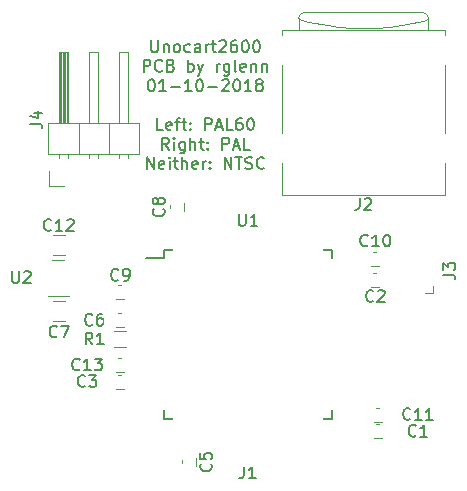
<source format=gto>
G04 #@! TF.FileFunction,Legend,Top*
%FSLAX46Y46*%
G04 Gerber Fmt 4.6, Leading zero omitted, Abs format (unit mm)*
G04 Created by KiCad (PCBNEW 4.0.7) date 10/01/18 20:06:01*
%MOMM*%
%LPD*%
G01*
G04 APERTURE LIST*
%ADD10C,0.100000*%
%ADD11C,0.150000*%
%ADD12C,0.120000*%
%ADD13R,1.900000X0.680000*%
%ADD14R,0.680000X1.900000*%
%ADD15R,1.200000X1.150000*%
%ADD16R,1.150000X1.200000*%
%ADD17R,1.400000X1.650000*%
%ADD18R,1.924000X6.877000*%
%ADD19R,1.850000X2.400000*%
%ADD20R,1.200000X1.900000*%
%ADD21C,1.390600*%
%ADD22C,1.187400*%
%ADD23R,0.900000X1.300000*%
%ADD24R,1.620000X1.050000*%
%ADD25R,2.100000X2.100000*%
%ADD26O,2.100000X2.100000*%
G04 APERTURE END LIST*
D10*
D11*
X91828571Y-55102381D02*
X91828571Y-55911905D01*
X91876190Y-56007143D01*
X91923809Y-56054762D01*
X92019047Y-56102381D01*
X92209524Y-56102381D01*
X92304762Y-56054762D01*
X92352381Y-56007143D01*
X92400000Y-55911905D01*
X92400000Y-55102381D01*
X92876190Y-55435714D02*
X92876190Y-56102381D01*
X92876190Y-55530952D02*
X92923809Y-55483333D01*
X93019047Y-55435714D01*
X93161905Y-55435714D01*
X93257143Y-55483333D01*
X93304762Y-55578571D01*
X93304762Y-56102381D01*
X93923809Y-56102381D02*
X93828571Y-56054762D01*
X93780952Y-56007143D01*
X93733333Y-55911905D01*
X93733333Y-55626190D01*
X93780952Y-55530952D01*
X93828571Y-55483333D01*
X93923809Y-55435714D01*
X94066667Y-55435714D01*
X94161905Y-55483333D01*
X94209524Y-55530952D01*
X94257143Y-55626190D01*
X94257143Y-55911905D01*
X94209524Y-56007143D01*
X94161905Y-56054762D01*
X94066667Y-56102381D01*
X93923809Y-56102381D01*
X95114286Y-56054762D02*
X95019048Y-56102381D01*
X94828571Y-56102381D01*
X94733333Y-56054762D01*
X94685714Y-56007143D01*
X94638095Y-55911905D01*
X94638095Y-55626190D01*
X94685714Y-55530952D01*
X94733333Y-55483333D01*
X94828571Y-55435714D01*
X95019048Y-55435714D01*
X95114286Y-55483333D01*
X95971429Y-56102381D02*
X95971429Y-55578571D01*
X95923810Y-55483333D01*
X95828572Y-55435714D01*
X95638095Y-55435714D01*
X95542857Y-55483333D01*
X95971429Y-56054762D02*
X95876191Y-56102381D01*
X95638095Y-56102381D01*
X95542857Y-56054762D01*
X95495238Y-55959524D01*
X95495238Y-55864286D01*
X95542857Y-55769048D01*
X95638095Y-55721429D01*
X95876191Y-55721429D01*
X95971429Y-55673810D01*
X96447619Y-56102381D02*
X96447619Y-55435714D01*
X96447619Y-55626190D02*
X96495238Y-55530952D01*
X96542857Y-55483333D01*
X96638095Y-55435714D01*
X96733334Y-55435714D01*
X96923810Y-55435714D02*
X97304762Y-55435714D01*
X97066667Y-55102381D02*
X97066667Y-55959524D01*
X97114286Y-56054762D01*
X97209524Y-56102381D01*
X97304762Y-56102381D01*
X97590477Y-55197619D02*
X97638096Y-55150000D01*
X97733334Y-55102381D01*
X97971430Y-55102381D01*
X98066668Y-55150000D01*
X98114287Y-55197619D01*
X98161906Y-55292857D01*
X98161906Y-55388095D01*
X98114287Y-55530952D01*
X97542858Y-56102381D01*
X98161906Y-56102381D01*
X99019049Y-55102381D02*
X98828572Y-55102381D01*
X98733334Y-55150000D01*
X98685715Y-55197619D01*
X98590477Y-55340476D01*
X98542858Y-55530952D01*
X98542858Y-55911905D01*
X98590477Y-56007143D01*
X98638096Y-56054762D01*
X98733334Y-56102381D01*
X98923811Y-56102381D01*
X99019049Y-56054762D01*
X99066668Y-56007143D01*
X99114287Y-55911905D01*
X99114287Y-55673810D01*
X99066668Y-55578571D01*
X99019049Y-55530952D01*
X98923811Y-55483333D01*
X98733334Y-55483333D01*
X98638096Y-55530952D01*
X98590477Y-55578571D01*
X98542858Y-55673810D01*
X99733334Y-55102381D02*
X99828573Y-55102381D01*
X99923811Y-55150000D01*
X99971430Y-55197619D01*
X100019049Y-55292857D01*
X100066668Y-55483333D01*
X100066668Y-55721429D01*
X100019049Y-55911905D01*
X99971430Y-56007143D01*
X99923811Y-56054762D01*
X99828573Y-56102381D01*
X99733334Y-56102381D01*
X99638096Y-56054762D01*
X99590477Y-56007143D01*
X99542858Y-55911905D01*
X99495239Y-55721429D01*
X99495239Y-55483333D01*
X99542858Y-55292857D01*
X99590477Y-55197619D01*
X99638096Y-55150000D01*
X99733334Y-55102381D01*
X100685715Y-55102381D02*
X100780954Y-55102381D01*
X100876192Y-55150000D01*
X100923811Y-55197619D01*
X100971430Y-55292857D01*
X101019049Y-55483333D01*
X101019049Y-55721429D01*
X100971430Y-55911905D01*
X100923811Y-56007143D01*
X100876192Y-56054762D01*
X100780954Y-56102381D01*
X100685715Y-56102381D01*
X100590477Y-56054762D01*
X100542858Y-56007143D01*
X100495239Y-55911905D01*
X100447620Y-55721429D01*
X100447620Y-55483333D01*
X100495239Y-55292857D01*
X100542858Y-55197619D01*
X100590477Y-55150000D01*
X100685715Y-55102381D01*
X91185713Y-57752381D02*
X91185713Y-56752381D01*
X91566666Y-56752381D01*
X91661904Y-56800000D01*
X91709523Y-56847619D01*
X91757142Y-56942857D01*
X91757142Y-57085714D01*
X91709523Y-57180952D01*
X91661904Y-57228571D01*
X91566666Y-57276190D01*
X91185713Y-57276190D01*
X92757142Y-57657143D02*
X92709523Y-57704762D01*
X92566666Y-57752381D01*
X92471428Y-57752381D01*
X92328570Y-57704762D01*
X92233332Y-57609524D01*
X92185713Y-57514286D01*
X92138094Y-57323810D01*
X92138094Y-57180952D01*
X92185713Y-56990476D01*
X92233332Y-56895238D01*
X92328570Y-56800000D01*
X92471428Y-56752381D01*
X92566666Y-56752381D01*
X92709523Y-56800000D01*
X92757142Y-56847619D01*
X93519047Y-57228571D02*
X93661904Y-57276190D01*
X93709523Y-57323810D01*
X93757142Y-57419048D01*
X93757142Y-57561905D01*
X93709523Y-57657143D01*
X93661904Y-57704762D01*
X93566666Y-57752381D01*
X93185713Y-57752381D01*
X93185713Y-56752381D01*
X93519047Y-56752381D01*
X93614285Y-56800000D01*
X93661904Y-56847619D01*
X93709523Y-56942857D01*
X93709523Y-57038095D01*
X93661904Y-57133333D01*
X93614285Y-57180952D01*
X93519047Y-57228571D01*
X93185713Y-57228571D01*
X94947618Y-57752381D02*
X94947618Y-56752381D01*
X94947618Y-57133333D02*
X95042856Y-57085714D01*
X95233333Y-57085714D01*
X95328571Y-57133333D01*
X95376190Y-57180952D01*
X95423809Y-57276190D01*
X95423809Y-57561905D01*
X95376190Y-57657143D01*
X95328571Y-57704762D01*
X95233333Y-57752381D01*
X95042856Y-57752381D01*
X94947618Y-57704762D01*
X95757142Y-57085714D02*
X95995237Y-57752381D01*
X96233333Y-57085714D02*
X95995237Y-57752381D01*
X95899999Y-57990476D01*
X95852380Y-58038095D01*
X95757142Y-58085714D01*
X97376190Y-57752381D02*
X97376190Y-57085714D01*
X97376190Y-57276190D02*
X97423809Y-57180952D01*
X97471428Y-57133333D01*
X97566666Y-57085714D01*
X97661905Y-57085714D01*
X98423810Y-57085714D02*
X98423810Y-57895238D01*
X98376191Y-57990476D01*
X98328572Y-58038095D01*
X98233333Y-58085714D01*
X98090476Y-58085714D01*
X97995238Y-58038095D01*
X98423810Y-57704762D02*
X98328572Y-57752381D01*
X98138095Y-57752381D01*
X98042857Y-57704762D01*
X97995238Y-57657143D01*
X97947619Y-57561905D01*
X97947619Y-57276190D01*
X97995238Y-57180952D01*
X98042857Y-57133333D01*
X98138095Y-57085714D01*
X98328572Y-57085714D01*
X98423810Y-57133333D01*
X99042857Y-57752381D02*
X98947619Y-57704762D01*
X98900000Y-57609524D01*
X98900000Y-56752381D01*
X99804763Y-57704762D02*
X99709525Y-57752381D01*
X99519048Y-57752381D01*
X99423810Y-57704762D01*
X99376191Y-57609524D01*
X99376191Y-57228571D01*
X99423810Y-57133333D01*
X99519048Y-57085714D01*
X99709525Y-57085714D01*
X99804763Y-57133333D01*
X99852382Y-57228571D01*
X99852382Y-57323810D01*
X99376191Y-57419048D01*
X100280953Y-57085714D02*
X100280953Y-57752381D01*
X100280953Y-57180952D02*
X100328572Y-57133333D01*
X100423810Y-57085714D01*
X100566668Y-57085714D01*
X100661906Y-57133333D01*
X100709525Y-57228571D01*
X100709525Y-57752381D01*
X101185715Y-57085714D02*
X101185715Y-57752381D01*
X101185715Y-57180952D02*
X101233334Y-57133333D01*
X101328572Y-57085714D01*
X101471430Y-57085714D01*
X101566668Y-57133333D01*
X101614287Y-57228571D01*
X101614287Y-57752381D01*
X91780952Y-58402381D02*
X91876191Y-58402381D01*
X91971429Y-58450000D01*
X92019048Y-58497619D01*
X92066667Y-58592857D01*
X92114286Y-58783333D01*
X92114286Y-59021429D01*
X92066667Y-59211905D01*
X92019048Y-59307143D01*
X91971429Y-59354762D01*
X91876191Y-59402381D01*
X91780952Y-59402381D01*
X91685714Y-59354762D01*
X91638095Y-59307143D01*
X91590476Y-59211905D01*
X91542857Y-59021429D01*
X91542857Y-58783333D01*
X91590476Y-58592857D01*
X91638095Y-58497619D01*
X91685714Y-58450000D01*
X91780952Y-58402381D01*
X93066667Y-59402381D02*
X92495238Y-59402381D01*
X92780952Y-59402381D02*
X92780952Y-58402381D01*
X92685714Y-58545238D01*
X92590476Y-58640476D01*
X92495238Y-58688095D01*
X93495238Y-59021429D02*
X94257143Y-59021429D01*
X95257143Y-59402381D02*
X94685714Y-59402381D01*
X94971428Y-59402381D02*
X94971428Y-58402381D01*
X94876190Y-58545238D01*
X94780952Y-58640476D01*
X94685714Y-58688095D01*
X95876190Y-58402381D02*
X95971429Y-58402381D01*
X96066667Y-58450000D01*
X96114286Y-58497619D01*
X96161905Y-58592857D01*
X96209524Y-58783333D01*
X96209524Y-59021429D01*
X96161905Y-59211905D01*
X96114286Y-59307143D01*
X96066667Y-59354762D01*
X95971429Y-59402381D01*
X95876190Y-59402381D01*
X95780952Y-59354762D01*
X95733333Y-59307143D01*
X95685714Y-59211905D01*
X95638095Y-59021429D01*
X95638095Y-58783333D01*
X95685714Y-58592857D01*
X95733333Y-58497619D01*
X95780952Y-58450000D01*
X95876190Y-58402381D01*
X96638095Y-59021429D02*
X97400000Y-59021429D01*
X97828571Y-58497619D02*
X97876190Y-58450000D01*
X97971428Y-58402381D01*
X98209524Y-58402381D01*
X98304762Y-58450000D01*
X98352381Y-58497619D01*
X98400000Y-58592857D01*
X98400000Y-58688095D01*
X98352381Y-58830952D01*
X97780952Y-59402381D01*
X98400000Y-59402381D01*
X99019047Y-58402381D02*
X99114286Y-58402381D01*
X99209524Y-58450000D01*
X99257143Y-58497619D01*
X99304762Y-58592857D01*
X99352381Y-58783333D01*
X99352381Y-59021429D01*
X99304762Y-59211905D01*
X99257143Y-59307143D01*
X99209524Y-59354762D01*
X99114286Y-59402381D01*
X99019047Y-59402381D01*
X98923809Y-59354762D01*
X98876190Y-59307143D01*
X98828571Y-59211905D01*
X98780952Y-59021429D01*
X98780952Y-58783333D01*
X98828571Y-58592857D01*
X98876190Y-58497619D01*
X98923809Y-58450000D01*
X99019047Y-58402381D01*
X100304762Y-59402381D02*
X99733333Y-59402381D01*
X100019047Y-59402381D02*
X100019047Y-58402381D01*
X99923809Y-58545238D01*
X99828571Y-58640476D01*
X99733333Y-58688095D01*
X100876190Y-58830952D02*
X100780952Y-58783333D01*
X100733333Y-58735714D01*
X100685714Y-58640476D01*
X100685714Y-58592857D01*
X100733333Y-58497619D01*
X100780952Y-58450000D01*
X100876190Y-58402381D01*
X101066667Y-58402381D01*
X101161905Y-58450000D01*
X101209524Y-58497619D01*
X101257143Y-58592857D01*
X101257143Y-58640476D01*
X101209524Y-58735714D01*
X101161905Y-58783333D01*
X101066667Y-58830952D01*
X100876190Y-58830952D01*
X100780952Y-58878571D01*
X100733333Y-58926190D01*
X100685714Y-59021429D01*
X100685714Y-59211905D01*
X100733333Y-59307143D01*
X100780952Y-59354762D01*
X100876190Y-59402381D01*
X101066667Y-59402381D01*
X101161905Y-59354762D01*
X101209524Y-59307143D01*
X101257143Y-59211905D01*
X101257143Y-59021429D01*
X101209524Y-58926190D01*
X101161905Y-58878571D01*
X101066667Y-58830952D01*
X92804762Y-62702381D02*
X92328571Y-62702381D01*
X92328571Y-61702381D01*
X93519048Y-62654762D02*
X93423810Y-62702381D01*
X93233333Y-62702381D01*
X93138095Y-62654762D01*
X93090476Y-62559524D01*
X93090476Y-62178571D01*
X93138095Y-62083333D01*
X93233333Y-62035714D01*
X93423810Y-62035714D01*
X93519048Y-62083333D01*
X93566667Y-62178571D01*
X93566667Y-62273810D01*
X93090476Y-62369048D01*
X93852381Y-62035714D02*
X94233333Y-62035714D01*
X93995238Y-62702381D02*
X93995238Y-61845238D01*
X94042857Y-61750000D01*
X94138095Y-61702381D01*
X94233333Y-61702381D01*
X94423810Y-62035714D02*
X94804762Y-62035714D01*
X94566667Y-61702381D02*
X94566667Y-62559524D01*
X94614286Y-62654762D01*
X94709524Y-62702381D01*
X94804762Y-62702381D01*
X95138096Y-62607143D02*
X95185715Y-62654762D01*
X95138096Y-62702381D01*
X95090477Y-62654762D01*
X95138096Y-62607143D01*
X95138096Y-62702381D01*
X95138096Y-62083333D02*
X95185715Y-62130952D01*
X95138096Y-62178571D01*
X95090477Y-62130952D01*
X95138096Y-62083333D01*
X95138096Y-62178571D01*
X96376191Y-62702381D02*
X96376191Y-61702381D01*
X96757144Y-61702381D01*
X96852382Y-61750000D01*
X96900001Y-61797619D01*
X96947620Y-61892857D01*
X96947620Y-62035714D01*
X96900001Y-62130952D01*
X96852382Y-62178571D01*
X96757144Y-62226190D01*
X96376191Y-62226190D01*
X97328572Y-62416667D02*
X97804763Y-62416667D01*
X97233334Y-62702381D02*
X97566667Y-61702381D01*
X97900001Y-62702381D01*
X98709525Y-62702381D02*
X98233334Y-62702381D01*
X98233334Y-61702381D01*
X99471430Y-61702381D02*
X99280953Y-61702381D01*
X99185715Y-61750000D01*
X99138096Y-61797619D01*
X99042858Y-61940476D01*
X98995239Y-62130952D01*
X98995239Y-62511905D01*
X99042858Y-62607143D01*
X99090477Y-62654762D01*
X99185715Y-62702381D01*
X99376192Y-62702381D01*
X99471430Y-62654762D01*
X99519049Y-62607143D01*
X99566668Y-62511905D01*
X99566668Y-62273810D01*
X99519049Y-62178571D01*
X99471430Y-62130952D01*
X99376192Y-62083333D01*
X99185715Y-62083333D01*
X99090477Y-62130952D01*
X99042858Y-62178571D01*
X98995239Y-62273810D01*
X100185715Y-61702381D02*
X100280954Y-61702381D01*
X100376192Y-61750000D01*
X100423811Y-61797619D01*
X100471430Y-61892857D01*
X100519049Y-62083333D01*
X100519049Y-62321429D01*
X100471430Y-62511905D01*
X100423811Y-62607143D01*
X100376192Y-62654762D01*
X100280954Y-62702381D01*
X100185715Y-62702381D01*
X100090477Y-62654762D01*
X100042858Y-62607143D01*
X99995239Y-62511905D01*
X99947620Y-62321429D01*
X99947620Y-62083333D01*
X99995239Y-61892857D01*
X100042858Y-61797619D01*
X100090477Y-61750000D01*
X100185715Y-61702381D01*
X93328572Y-64352381D02*
X92995238Y-63876190D01*
X92757143Y-64352381D02*
X92757143Y-63352381D01*
X93138096Y-63352381D01*
X93233334Y-63400000D01*
X93280953Y-63447619D01*
X93328572Y-63542857D01*
X93328572Y-63685714D01*
X93280953Y-63780952D01*
X93233334Y-63828571D01*
X93138096Y-63876190D01*
X92757143Y-63876190D01*
X93757143Y-64352381D02*
X93757143Y-63685714D01*
X93757143Y-63352381D02*
X93709524Y-63400000D01*
X93757143Y-63447619D01*
X93804762Y-63400000D01*
X93757143Y-63352381D01*
X93757143Y-63447619D01*
X94661905Y-63685714D02*
X94661905Y-64495238D01*
X94614286Y-64590476D01*
X94566667Y-64638095D01*
X94471428Y-64685714D01*
X94328571Y-64685714D01*
X94233333Y-64638095D01*
X94661905Y-64304762D02*
X94566667Y-64352381D01*
X94376190Y-64352381D01*
X94280952Y-64304762D01*
X94233333Y-64257143D01*
X94185714Y-64161905D01*
X94185714Y-63876190D01*
X94233333Y-63780952D01*
X94280952Y-63733333D01*
X94376190Y-63685714D01*
X94566667Y-63685714D01*
X94661905Y-63733333D01*
X95138095Y-64352381D02*
X95138095Y-63352381D01*
X95566667Y-64352381D02*
X95566667Y-63828571D01*
X95519048Y-63733333D01*
X95423810Y-63685714D01*
X95280952Y-63685714D01*
X95185714Y-63733333D01*
X95138095Y-63780952D01*
X95900000Y-63685714D02*
X96280952Y-63685714D01*
X96042857Y-63352381D02*
X96042857Y-64209524D01*
X96090476Y-64304762D01*
X96185714Y-64352381D01*
X96280952Y-64352381D01*
X96614286Y-64257143D02*
X96661905Y-64304762D01*
X96614286Y-64352381D01*
X96566667Y-64304762D01*
X96614286Y-64257143D01*
X96614286Y-64352381D01*
X96614286Y-63733333D02*
X96661905Y-63780952D01*
X96614286Y-63828571D01*
X96566667Y-63780952D01*
X96614286Y-63733333D01*
X96614286Y-63828571D01*
X97852381Y-64352381D02*
X97852381Y-63352381D01*
X98233334Y-63352381D01*
X98328572Y-63400000D01*
X98376191Y-63447619D01*
X98423810Y-63542857D01*
X98423810Y-63685714D01*
X98376191Y-63780952D01*
X98328572Y-63828571D01*
X98233334Y-63876190D01*
X97852381Y-63876190D01*
X98804762Y-64066667D02*
X99280953Y-64066667D01*
X98709524Y-64352381D02*
X99042857Y-63352381D01*
X99376191Y-64352381D01*
X100185715Y-64352381D02*
X99709524Y-64352381D01*
X99709524Y-63352381D01*
X91471428Y-66002381D02*
X91471428Y-65002381D01*
X92042857Y-66002381D01*
X92042857Y-65002381D01*
X92900000Y-65954762D02*
X92804762Y-66002381D01*
X92614285Y-66002381D01*
X92519047Y-65954762D01*
X92471428Y-65859524D01*
X92471428Y-65478571D01*
X92519047Y-65383333D01*
X92614285Y-65335714D01*
X92804762Y-65335714D01*
X92900000Y-65383333D01*
X92947619Y-65478571D01*
X92947619Y-65573810D01*
X92471428Y-65669048D01*
X93376190Y-66002381D02*
X93376190Y-65335714D01*
X93376190Y-65002381D02*
X93328571Y-65050000D01*
X93376190Y-65097619D01*
X93423809Y-65050000D01*
X93376190Y-65002381D01*
X93376190Y-65097619D01*
X93709523Y-65335714D02*
X94090475Y-65335714D01*
X93852380Y-65002381D02*
X93852380Y-65859524D01*
X93899999Y-65954762D01*
X93995237Y-66002381D01*
X94090475Y-66002381D01*
X94423809Y-66002381D02*
X94423809Y-65002381D01*
X94852381Y-66002381D02*
X94852381Y-65478571D01*
X94804762Y-65383333D01*
X94709524Y-65335714D01*
X94566666Y-65335714D01*
X94471428Y-65383333D01*
X94423809Y-65430952D01*
X95709524Y-65954762D02*
X95614286Y-66002381D01*
X95423809Y-66002381D01*
X95328571Y-65954762D01*
X95280952Y-65859524D01*
X95280952Y-65478571D01*
X95328571Y-65383333D01*
X95423809Y-65335714D01*
X95614286Y-65335714D01*
X95709524Y-65383333D01*
X95757143Y-65478571D01*
X95757143Y-65573810D01*
X95280952Y-65669048D01*
X96185714Y-66002381D02*
X96185714Y-65335714D01*
X96185714Y-65526190D02*
X96233333Y-65430952D01*
X96280952Y-65383333D01*
X96376190Y-65335714D01*
X96471429Y-65335714D01*
X96804762Y-65907143D02*
X96852381Y-65954762D01*
X96804762Y-66002381D01*
X96757143Y-65954762D01*
X96804762Y-65907143D01*
X96804762Y-66002381D01*
X96804762Y-65383333D02*
X96852381Y-65430952D01*
X96804762Y-65478571D01*
X96757143Y-65430952D01*
X96804762Y-65383333D01*
X96804762Y-65478571D01*
X98042857Y-66002381D02*
X98042857Y-65002381D01*
X98614286Y-66002381D01*
X98614286Y-65002381D01*
X98947619Y-65002381D02*
X99519048Y-65002381D01*
X99233333Y-66002381D02*
X99233333Y-65002381D01*
X99804762Y-65954762D02*
X99947619Y-66002381D01*
X100185715Y-66002381D01*
X100280953Y-65954762D01*
X100328572Y-65907143D01*
X100376191Y-65811905D01*
X100376191Y-65716667D01*
X100328572Y-65621429D01*
X100280953Y-65573810D01*
X100185715Y-65526190D01*
X99995238Y-65478571D01*
X99900000Y-65430952D01*
X99852381Y-65383333D01*
X99804762Y-65288095D01*
X99804762Y-65192857D01*
X99852381Y-65097619D01*
X99900000Y-65050000D01*
X99995238Y-65002381D01*
X100233334Y-65002381D01*
X100376191Y-65050000D01*
X101376191Y-65907143D02*
X101328572Y-65954762D01*
X101185715Y-66002381D01*
X101090477Y-66002381D01*
X100947619Y-65954762D01*
X100852381Y-65859524D01*
X100804762Y-65764286D01*
X100757143Y-65573810D01*
X100757143Y-65430952D01*
X100804762Y-65240476D01*
X100852381Y-65145238D01*
X100947619Y-65050000D01*
X101090477Y-65002381D01*
X101185715Y-65002381D01*
X101328572Y-65050000D01*
X101376191Y-65097619D01*
X92875000Y-72875000D02*
X92875000Y-73525000D01*
X107125000Y-72875000D02*
X107125000Y-73635000D01*
X107125000Y-87125000D02*
X107125000Y-86365000D01*
X92875000Y-87125000D02*
X92875000Y-86365000D01*
X92875000Y-72875000D02*
X93635000Y-72875000D01*
X92875000Y-87125000D02*
X93635000Y-87125000D01*
X107125000Y-87125000D02*
X106365000Y-87125000D01*
X107125000Y-72875000D02*
X106365000Y-72875000D01*
X92875000Y-73525000D02*
X91350000Y-73525000D01*
D12*
X111350000Y-88800000D02*
X110650000Y-88800000D01*
X110650000Y-87600000D02*
X111350000Y-87600000D01*
X111150000Y-76000000D02*
X110450000Y-76000000D01*
X110450000Y-74800000D02*
X111150000Y-74800000D01*
X88850000Y-83400000D02*
X89550000Y-83400000D01*
X89550000Y-84600000D02*
X88850000Y-84600000D01*
X94400000Y-91150000D02*
X94400000Y-90450000D01*
X95600000Y-90450000D02*
X95600000Y-91150000D01*
X88850000Y-78200000D02*
X89550000Y-78200000D01*
X89550000Y-79400000D02*
X88850000Y-79400000D01*
X84500000Y-77150000D02*
X83500000Y-77150000D01*
X83500000Y-78850000D02*
X84500000Y-78850000D01*
X94600000Y-68850000D02*
X94600000Y-69550000D01*
X93400000Y-69550000D02*
X93400000Y-68850000D01*
X88850000Y-75800000D02*
X89550000Y-75800000D01*
X89550000Y-77000000D02*
X88850000Y-77000000D01*
X111150000Y-74200000D02*
X110450000Y-74200000D01*
X110450000Y-73000000D02*
X111150000Y-73000000D01*
X111350000Y-87400000D02*
X110650000Y-87400000D01*
X110650000Y-86200000D02*
X111350000Y-86200000D01*
X83500000Y-73250000D02*
X84500000Y-73250000D01*
X84500000Y-71550000D02*
X83500000Y-71550000D01*
X114800000Y-53440000D02*
X115300000Y-53340000D01*
X113500000Y-53740000D02*
X114800000Y-53440000D01*
X112000000Y-53940000D02*
X113500000Y-53740000D01*
X110700000Y-54040000D02*
X112000000Y-53940000D01*
X108900000Y-54040000D02*
X110700000Y-54040000D01*
X107600000Y-53940000D02*
X108900000Y-54040000D01*
X106800000Y-53840000D02*
X107600000Y-53940000D01*
X105100000Y-53540000D02*
X106800000Y-53840000D01*
X104300000Y-53340000D02*
X105100000Y-53540000D01*
X104800000Y-52740000D02*
X114800000Y-52740000D01*
X115300000Y-53240000D02*
G75*
G03X114800000Y-52740000I-500000J0D01*
G01*
X104300000Y-54240000D02*
X104300000Y-53240000D01*
X115300000Y-54240000D02*
X115300000Y-53240000D01*
X102890000Y-54240000D02*
X116710000Y-54240000D01*
X116710000Y-68160000D02*
X102890000Y-68160000D01*
X116710000Y-65460000D02*
X116710000Y-68160000D01*
X104800000Y-52740000D02*
G75*
G03X104300000Y-53240000I0J-500000D01*
G01*
X116710000Y-54240000D02*
X116710000Y-54640000D01*
X116710000Y-57160000D02*
X116710000Y-62940000D01*
X102890000Y-65460000D02*
X102890000Y-68160000D01*
X102890000Y-57160000D02*
X102890000Y-62940000D01*
X102890000Y-54240000D02*
X102890000Y-54640000D01*
X115670000Y-76505000D02*
X115035000Y-76505000D01*
X115670000Y-75870000D02*
X115670000Y-76505000D01*
X89700000Y-81080000D02*
X88700000Y-81080000D01*
X88700000Y-79720000D02*
X89700000Y-79720000D01*
X83120000Y-76760000D02*
X84880000Y-76760000D01*
X84880000Y-73690000D02*
X82450000Y-73690000D01*
X88850000Y-82000000D02*
X89550000Y-82000000D01*
X89550000Y-83200000D02*
X88850000Y-83200000D01*
X83070000Y-64760000D02*
X90810000Y-64760000D01*
X90810000Y-64760000D02*
X90810000Y-62100000D01*
X90810000Y-62100000D02*
X83070000Y-62100000D01*
X83070000Y-62100000D02*
X83070000Y-64760000D01*
X84020000Y-62100000D02*
X84020000Y-56100000D01*
X84020000Y-56100000D02*
X84780000Y-56100000D01*
X84780000Y-56100000D02*
X84780000Y-62100000D01*
X84080000Y-62100000D02*
X84080000Y-56100000D01*
X84200000Y-62100000D02*
X84200000Y-56100000D01*
X84320000Y-62100000D02*
X84320000Y-56100000D01*
X84440000Y-62100000D02*
X84440000Y-56100000D01*
X84560000Y-62100000D02*
X84560000Y-56100000D01*
X84680000Y-62100000D02*
X84680000Y-56100000D01*
X84020000Y-65090000D02*
X84020000Y-64760000D01*
X84780000Y-65090000D02*
X84780000Y-64760000D01*
X85670000Y-64760000D02*
X85670000Y-62100000D01*
X86560000Y-62100000D02*
X86560000Y-56100000D01*
X86560000Y-56100000D02*
X87320000Y-56100000D01*
X87320000Y-56100000D02*
X87320000Y-62100000D01*
X86560000Y-65157071D02*
X86560000Y-64760000D01*
X87320000Y-65157071D02*
X87320000Y-64760000D01*
X88210000Y-64760000D02*
X88210000Y-62100000D01*
X89100000Y-62100000D02*
X89100000Y-56100000D01*
X89100000Y-56100000D02*
X89860000Y-56100000D01*
X89860000Y-56100000D02*
X89860000Y-62100000D01*
X89100000Y-65157071D02*
X89100000Y-64760000D01*
X89860000Y-65157071D02*
X89860000Y-64760000D01*
X84400000Y-67470000D02*
X83130000Y-67470000D01*
X83130000Y-67470000D02*
X83130000Y-66200000D01*
D11*
X99238095Y-69802381D02*
X99238095Y-70611905D01*
X99285714Y-70707143D01*
X99333333Y-70754762D01*
X99428571Y-70802381D01*
X99619048Y-70802381D01*
X99714286Y-70754762D01*
X99761905Y-70707143D01*
X99809524Y-70611905D01*
X99809524Y-69802381D01*
X100809524Y-70802381D02*
X100238095Y-70802381D01*
X100523809Y-70802381D02*
X100523809Y-69802381D01*
X100428571Y-69945238D01*
X100333333Y-70040476D01*
X100238095Y-70088095D01*
X114233334Y-88557143D02*
X114185715Y-88604762D01*
X114042858Y-88652381D01*
X113947620Y-88652381D01*
X113804762Y-88604762D01*
X113709524Y-88509524D01*
X113661905Y-88414286D01*
X113614286Y-88223810D01*
X113614286Y-88080952D01*
X113661905Y-87890476D01*
X113709524Y-87795238D01*
X113804762Y-87700000D01*
X113947620Y-87652381D01*
X114042858Y-87652381D01*
X114185715Y-87700000D01*
X114233334Y-87747619D01*
X115185715Y-88652381D02*
X114614286Y-88652381D01*
X114900000Y-88652381D02*
X114900000Y-87652381D01*
X114804762Y-87795238D01*
X114709524Y-87890476D01*
X114614286Y-87938095D01*
X110633334Y-77157143D02*
X110585715Y-77204762D01*
X110442858Y-77252381D01*
X110347620Y-77252381D01*
X110204762Y-77204762D01*
X110109524Y-77109524D01*
X110061905Y-77014286D01*
X110014286Y-76823810D01*
X110014286Y-76680952D01*
X110061905Y-76490476D01*
X110109524Y-76395238D01*
X110204762Y-76300000D01*
X110347620Y-76252381D01*
X110442858Y-76252381D01*
X110585715Y-76300000D01*
X110633334Y-76347619D01*
X111014286Y-76347619D02*
X111061905Y-76300000D01*
X111157143Y-76252381D01*
X111395239Y-76252381D01*
X111490477Y-76300000D01*
X111538096Y-76347619D01*
X111585715Y-76442857D01*
X111585715Y-76538095D01*
X111538096Y-76680952D01*
X110966667Y-77252381D01*
X111585715Y-77252381D01*
X86233334Y-84357143D02*
X86185715Y-84404762D01*
X86042858Y-84452381D01*
X85947620Y-84452381D01*
X85804762Y-84404762D01*
X85709524Y-84309524D01*
X85661905Y-84214286D01*
X85614286Y-84023810D01*
X85614286Y-83880952D01*
X85661905Y-83690476D01*
X85709524Y-83595238D01*
X85804762Y-83500000D01*
X85947620Y-83452381D01*
X86042858Y-83452381D01*
X86185715Y-83500000D01*
X86233334Y-83547619D01*
X86566667Y-83452381D02*
X87185715Y-83452381D01*
X86852381Y-83833333D01*
X86995239Y-83833333D01*
X87090477Y-83880952D01*
X87138096Y-83928571D01*
X87185715Y-84023810D01*
X87185715Y-84261905D01*
X87138096Y-84357143D01*
X87090477Y-84404762D01*
X86995239Y-84452381D01*
X86709524Y-84452381D01*
X86614286Y-84404762D01*
X86566667Y-84357143D01*
X96857143Y-90966666D02*
X96904762Y-91014285D01*
X96952381Y-91157142D01*
X96952381Y-91252380D01*
X96904762Y-91395238D01*
X96809524Y-91490476D01*
X96714286Y-91538095D01*
X96523810Y-91585714D01*
X96380952Y-91585714D01*
X96190476Y-91538095D01*
X96095238Y-91490476D01*
X96000000Y-91395238D01*
X95952381Y-91252380D01*
X95952381Y-91157142D01*
X96000000Y-91014285D01*
X96047619Y-90966666D01*
X95952381Y-90061904D02*
X95952381Y-90538095D01*
X96428571Y-90585714D01*
X96380952Y-90538095D01*
X96333333Y-90442857D01*
X96333333Y-90204761D01*
X96380952Y-90109523D01*
X96428571Y-90061904D01*
X96523810Y-90014285D01*
X96761905Y-90014285D01*
X96857143Y-90061904D01*
X96904762Y-90109523D01*
X96952381Y-90204761D01*
X96952381Y-90442857D01*
X96904762Y-90538095D01*
X96857143Y-90585714D01*
X86833334Y-79157143D02*
X86785715Y-79204762D01*
X86642858Y-79252381D01*
X86547620Y-79252381D01*
X86404762Y-79204762D01*
X86309524Y-79109524D01*
X86261905Y-79014286D01*
X86214286Y-78823810D01*
X86214286Y-78680952D01*
X86261905Y-78490476D01*
X86309524Y-78395238D01*
X86404762Y-78300000D01*
X86547620Y-78252381D01*
X86642858Y-78252381D01*
X86785715Y-78300000D01*
X86833334Y-78347619D01*
X87690477Y-78252381D02*
X87500000Y-78252381D01*
X87404762Y-78300000D01*
X87357143Y-78347619D01*
X87261905Y-78490476D01*
X87214286Y-78680952D01*
X87214286Y-79061905D01*
X87261905Y-79157143D01*
X87309524Y-79204762D01*
X87404762Y-79252381D01*
X87595239Y-79252381D01*
X87690477Y-79204762D01*
X87738096Y-79157143D01*
X87785715Y-79061905D01*
X87785715Y-78823810D01*
X87738096Y-78728571D01*
X87690477Y-78680952D01*
X87595239Y-78633333D01*
X87404762Y-78633333D01*
X87309524Y-78680952D01*
X87261905Y-78728571D01*
X87214286Y-78823810D01*
X83833334Y-80157143D02*
X83785715Y-80204762D01*
X83642858Y-80252381D01*
X83547620Y-80252381D01*
X83404762Y-80204762D01*
X83309524Y-80109524D01*
X83261905Y-80014286D01*
X83214286Y-79823810D01*
X83214286Y-79680952D01*
X83261905Y-79490476D01*
X83309524Y-79395238D01*
X83404762Y-79300000D01*
X83547620Y-79252381D01*
X83642858Y-79252381D01*
X83785715Y-79300000D01*
X83833334Y-79347619D01*
X84166667Y-79252381D02*
X84833334Y-79252381D01*
X84404762Y-80252381D01*
X92857143Y-69366666D02*
X92904762Y-69414285D01*
X92952381Y-69557142D01*
X92952381Y-69652380D01*
X92904762Y-69795238D01*
X92809524Y-69890476D01*
X92714286Y-69938095D01*
X92523810Y-69985714D01*
X92380952Y-69985714D01*
X92190476Y-69938095D01*
X92095238Y-69890476D01*
X92000000Y-69795238D01*
X91952381Y-69652380D01*
X91952381Y-69557142D01*
X92000000Y-69414285D01*
X92047619Y-69366666D01*
X92380952Y-68795238D02*
X92333333Y-68890476D01*
X92285714Y-68938095D01*
X92190476Y-68985714D01*
X92142857Y-68985714D01*
X92047619Y-68938095D01*
X92000000Y-68890476D01*
X91952381Y-68795238D01*
X91952381Y-68604761D01*
X92000000Y-68509523D01*
X92047619Y-68461904D01*
X92142857Y-68414285D01*
X92190476Y-68414285D01*
X92285714Y-68461904D01*
X92333333Y-68509523D01*
X92380952Y-68604761D01*
X92380952Y-68795238D01*
X92428571Y-68890476D01*
X92476190Y-68938095D01*
X92571429Y-68985714D01*
X92761905Y-68985714D01*
X92857143Y-68938095D01*
X92904762Y-68890476D01*
X92952381Y-68795238D01*
X92952381Y-68604761D01*
X92904762Y-68509523D01*
X92857143Y-68461904D01*
X92761905Y-68414285D01*
X92571429Y-68414285D01*
X92476190Y-68461904D01*
X92428571Y-68509523D01*
X92380952Y-68604761D01*
X89033334Y-75357143D02*
X88985715Y-75404762D01*
X88842858Y-75452381D01*
X88747620Y-75452381D01*
X88604762Y-75404762D01*
X88509524Y-75309524D01*
X88461905Y-75214286D01*
X88414286Y-75023810D01*
X88414286Y-74880952D01*
X88461905Y-74690476D01*
X88509524Y-74595238D01*
X88604762Y-74500000D01*
X88747620Y-74452381D01*
X88842858Y-74452381D01*
X88985715Y-74500000D01*
X89033334Y-74547619D01*
X89509524Y-75452381D02*
X89700000Y-75452381D01*
X89795239Y-75404762D01*
X89842858Y-75357143D01*
X89938096Y-75214286D01*
X89985715Y-75023810D01*
X89985715Y-74642857D01*
X89938096Y-74547619D01*
X89890477Y-74500000D01*
X89795239Y-74452381D01*
X89604762Y-74452381D01*
X89509524Y-74500000D01*
X89461905Y-74547619D01*
X89414286Y-74642857D01*
X89414286Y-74880952D01*
X89461905Y-74976190D01*
X89509524Y-75023810D01*
X89604762Y-75071429D01*
X89795239Y-75071429D01*
X89890477Y-75023810D01*
X89938096Y-74976190D01*
X89985715Y-74880952D01*
X110157143Y-72457143D02*
X110109524Y-72504762D01*
X109966667Y-72552381D01*
X109871429Y-72552381D01*
X109728571Y-72504762D01*
X109633333Y-72409524D01*
X109585714Y-72314286D01*
X109538095Y-72123810D01*
X109538095Y-71980952D01*
X109585714Y-71790476D01*
X109633333Y-71695238D01*
X109728571Y-71600000D01*
X109871429Y-71552381D01*
X109966667Y-71552381D01*
X110109524Y-71600000D01*
X110157143Y-71647619D01*
X111109524Y-72552381D02*
X110538095Y-72552381D01*
X110823809Y-72552381D02*
X110823809Y-71552381D01*
X110728571Y-71695238D01*
X110633333Y-71790476D01*
X110538095Y-71838095D01*
X111728571Y-71552381D02*
X111823810Y-71552381D01*
X111919048Y-71600000D01*
X111966667Y-71647619D01*
X112014286Y-71742857D01*
X112061905Y-71933333D01*
X112061905Y-72171429D01*
X112014286Y-72361905D01*
X111966667Y-72457143D01*
X111919048Y-72504762D01*
X111823810Y-72552381D01*
X111728571Y-72552381D01*
X111633333Y-72504762D01*
X111585714Y-72457143D01*
X111538095Y-72361905D01*
X111490476Y-72171429D01*
X111490476Y-71933333D01*
X111538095Y-71742857D01*
X111585714Y-71647619D01*
X111633333Y-71600000D01*
X111728571Y-71552381D01*
X113757143Y-87157143D02*
X113709524Y-87204762D01*
X113566667Y-87252381D01*
X113471429Y-87252381D01*
X113328571Y-87204762D01*
X113233333Y-87109524D01*
X113185714Y-87014286D01*
X113138095Y-86823810D01*
X113138095Y-86680952D01*
X113185714Y-86490476D01*
X113233333Y-86395238D01*
X113328571Y-86300000D01*
X113471429Y-86252381D01*
X113566667Y-86252381D01*
X113709524Y-86300000D01*
X113757143Y-86347619D01*
X114709524Y-87252381D02*
X114138095Y-87252381D01*
X114423809Y-87252381D02*
X114423809Y-86252381D01*
X114328571Y-86395238D01*
X114233333Y-86490476D01*
X114138095Y-86538095D01*
X115661905Y-87252381D02*
X115090476Y-87252381D01*
X115376190Y-87252381D02*
X115376190Y-86252381D01*
X115280952Y-86395238D01*
X115185714Y-86490476D01*
X115090476Y-86538095D01*
X83357143Y-71157143D02*
X83309524Y-71204762D01*
X83166667Y-71252381D01*
X83071429Y-71252381D01*
X82928571Y-71204762D01*
X82833333Y-71109524D01*
X82785714Y-71014286D01*
X82738095Y-70823810D01*
X82738095Y-70680952D01*
X82785714Y-70490476D01*
X82833333Y-70395238D01*
X82928571Y-70300000D01*
X83071429Y-70252381D01*
X83166667Y-70252381D01*
X83309524Y-70300000D01*
X83357143Y-70347619D01*
X84309524Y-71252381D02*
X83738095Y-71252381D01*
X84023809Y-71252381D02*
X84023809Y-70252381D01*
X83928571Y-70395238D01*
X83833333Y-70490476D01*
X83738095Y-70538095D01*
X84690476Y-70347619D02*
X84738095Y-70300000D01*
X84833333Y-70252381D01*
X85071429Y-70252381D01*
X85166667Y-70300000D01*
X85214286Y-70347619D01*
X85261905Y-70442857D01*
X85261905Y-70538095D01*
X85214286Y-70680952D01*
X84642857Y-71252381D01*
X85261905Y-71252381D01*
X99666667Y-91197381D02*
X99666667Y-91911667D01*
X99619047Y-92054524D01*
X99523809Y-92149762D01*
X99380952Y-92197381D01*
X99285714Y-92197381D01*
X100666667Y-92197381D02*
X100095238Y-92197381D01*
X100380952Y-92197381D02*
X100380952Y-91197381D01*
X100285714Y-91340238D01*
X100190476Y-91435476D01*
X100095238Y-91483095D01*
X109466667Y-68452381D02*
X109466667Y-69166667D01*
X109419047Y-69309524D01*
X109323809Y-69404762D01*
X109180952Y-69452381D01*
X109085714Y-69452381D01*
X109895238Y-68547619D02*
X109942857Y-68500000D01*
X110038095Y-68452381D01*
X110276191Y-68452381D01*
X110371429Y-68500000D01*
X110419048Y-68547619D01*
X110466667Y-68642857D01*
X110466667Y-68738095D01*
X110419048Y-68880952D01*
X109847619Y-69452381D01*
X110466667Y-69452381D01*
X116552381Y-74933333D02*
X117266667Y-74933333D01*
X117409524Y-74980953D01*
X117504762Y-75076191D01*
X117552381Y-75219048D01*
X117552381Y-75314286D01*
X116552381Y-74552381D02*
X116552381Y-73933333D01*
X116933333Y-74266667D01*
X116933333Y-74123809D01*
X116980952Y-74028571D01*
X117028571Y-73980952D01*
X117123810Y-73933333D01*
X117361905Y-73933333D01*
X117457143Y-73980952D01*
X117504762Y-74028571D01*
X117552381Y-74123809D01*
X117552381Y-74409524D01*
X117504762Y-74504762D01*
X117457143Y-74552381D01*
X86833334Y-80852381D02*
X86500000Y-80376190D01*
X86261905Y-80852381D02*
X86261905Y-79852381D01*
X86642858Y-79852381D01*
X86738096Y-79900000D01*
X86785715Y-79947619D01*
X86833334Y-80042857D01*
X86833334Y-80185714D01*
X86785715Y-80280952D01*
X86738096Y-80328571D01*
X86642858Y-80376190D01*
X86261905Y-80376190D01*
X87785715Y-80852381D02*
X87214286Y-80852381D01*
X87500000Y-80852381D02*
X87500000Y-79852381D01*
X87404762Y-79995238D01*
X87309524Y-80090476D01*
X87214286Y-80138095D01*
X80038095Y-74652381D02*
X80038095Y-75461905D01*
X80085714Y-75557143D01*
X80133333Y-75604762D01*
X80228571Y-75652381D01*
X80419048Y-75652381D01*
X80514286Y-75604762D01*
X80561905Y-75557143D01*
X80609524Y-75461905D01*
X80609524Y-74652381D01*
X81038095Y-74747619D02*
X81085714Y-74700000D01*
X81180952Y-74652381D01*
X81419048Y-74652381D01*
X81514286Y-74700000D01*
X81561905Y-74747619D01*
X81609524Y-74842857D01*
X81609524Y-74938095D01*
X81561905Y-75080952D01*
X80990476Y-75652381D01*
X81609524Y-75652381D01*
X85757143Y-82957143D02*
X85709524Y-83004762D01*
X85566667Y-83052381D01*
X85471429Y-83052381D01*
X85328571Y-83004762D01*
X85233333Y-82909524D01*
X85185714Y-82814286D01*
X85138095Y-82623810D01*
X85138095Y-82480952D01*
X85185714Y-82290476D01*
X85233333Y-82195238D01*
X85328571Y-82100000D01*
X85471429Y-82052381D01*
X85566667Y-82052381D01*
X85709524Y-82100000D01*
X85757143Y-82147619D01*
X86709524Y-83052381D02*
X86138095Y-83052381D01*
X86423809Y-83052381D02*
X86423809Y-82052381D01*
X86328571Y-82195238D01*
X86233333Y-82290476D01*
X86138095Y-82338095D01*
X87042857Y-82052381D02*
X87661905Y-82052381D01*
X87328571Y-82433333D01*
X87471429Y-82433333D01*
X87566667Y-82480952D01*
X87614286Y-82528571D01*
X87661905Y-82623810D01*
X87661905Y-82861905D01*
X87614286Y-82957143D01*
X87566667Y-83004762D01*
X87471429Y-83052381D01*
X87185714Y-83052381D01*
X87090476Y-83004762D01*
X87042857Y-82957143D01*
X81582381Y-62148333D02*
X82296667Y-62148333D01*
X82439524Y-62195953D01*
X82534762Y-62291191D01*
X82582381Y-62434048D01*
X82582381Y-62529286D01*
X81915714Y-61243571D02*
X82582381Y-61243571D01*
X81534762Y-61481667D02*
X82249048Y-61719762D01*
X82249048Y-61100714D01*
%LPC*%
D13*
X92100000Y-74000000D03*
X92100000Y-74500000D03*
X92100000Y-75000000D03*
X92100000Y-75500000D03*
X92100000Y-76000000D03*
X92100000Y-76500000D03*
X92100000Y-77000000D03*
X92100000Y-77500000D03*
X92100000Y-78000000D03*
X92100000Y-78500000D03*
X92100000Y-79000000D03*
X92100000Y-79500000D03*
X92100000Y-80000000D03*
X92100000Y-80500000D03*
X92100000Y-81000000D03*
X92100000Y-81500000D03*
X92100000Y-82000000D03*
X92100000Y-82500000D03*
X92100000Y-83000000D03*
X92100000Y-83500000D03*
X92100000Y-84000000D03*
X92100000Y-84500000D03*
X92100000Y-85000000D03*
X92100000Y-85500000D03*
X92100000Y-86000000D03*
D14*
X94000000Y-87900000D03*
X94500000Y-87900000D03*
X95000000Y-87900000D03*
X95500000Y-87900000D03*
X96000000Y-87900000D03*
X96500000Y-87900000D03*
X97000000Y-87900000D03*
X97500000Y-87900000D03*
X98000000Y-87900000D03*
X98500000Y-87900000D03*
X99000000Y-87900000D03*
X99500000Y-87900000D03*
X100000000Y-87900000D03*
X100500000Y-87900000D03*
X101000000Y-87900000D03*
X101500000Y-87900000D03*
X102000000Y-87900000D03*
X102500000Y-87900000D03*
X103000000Y-87900000D03*
X103500000Y-87900000D03*
X104000000Y-87900000D03*
X104500000Y-87900000D03*
X105000000Y-87900000D03*
X105500000Y-87900000D03*
X106000000Y-87900000D03*
D13*
X107900000Y-86000000D03*
X107900000Y-85500000D03*
X107900000Y-85000000D03*
X107900000Y-84500000D03*
X107900000Y-84000000D03*
X107900000Y-83500000D03*
X107900000Y-83000000D03*
X107900000Y-82500000D03*
X107900000Y-82000000D03*
X107900000Y-81500000D03*
X107900000Y-81000000D03*
X107900000Y-80500000D03*
X107900000Y-80000000D03*
X107900000Y-79500000D03*
X107900000Y-79000000D03*
X107900000Y-78500000D03*
X107900000Y-78000000D03*
X107900000Y-77500000D03*
X107900000Y-77000000D03*
X107900000Y-76500000D03*
X107900000Y-76000000D03*
X107900000Y-75500000D03*
X107900000Y-75000000D03*
X107900000Y-74500000D03*
X107900000Y-74000000D03*
D14*
X106000000Y-72100000D03*
X105500000Y-72100000D03*
X105000000Y-72100000D03*
X104500000Y-72100000D03*
X104000000Y-72100000D03*
X103500000Y-72100000D03*
X103000000Y-72100000D03*
X102500000Y-72100000D03*
X102000000Y-72100000D03*
X101500000Y-72100000D03*
X101000000Y-72100000D03*
X100500000Y-72100000D03*
X100000000Y-72100000D03*
X99500000Y-72100000D03*
X99000000Y-72100000D03*
X98500000Y-72100000D03*
X98000000Y-72100000D03*
X97500000Y-72100000D03*
X97000000Y-72100000D03*
X96500000Y-72100000D03*
X96000000Y-72100000D03*
X95500000Y-72100000D03*
X95000000Y-72100000D03*
X94500000Y-72100000D03*
X94000000Y-72100000D03*
D15*
X111750000Y-88200000D03*
X110250000Y-88200000D03*
X111550000Y-75400000D03*
X110050000Y-75400000D03*
X88450000Y-84000000D03*
X89950000Y-84000000D03*
D16*
X95000000Y-91550000D03*
X95000000Y-90050000D03*
D15*
X88450000Y-78800000D03*
X89950000Y-78800000D03*
D17*
X83000000Y-78000000D03*
X85000000Y-78000000D03*
D16*
X94000000Y-68450000D03*
X94000000Y-69950000D03*
D15*
X88450000Y-76400000D03*
X89950000Y-76400000D03*
X111550000Y-73600000D03*
X110050000Y-73600000D03*
X111750000Y-86800000D03*
X110250000Y-86800000D03*
D17*
X85000000Y-72400000D03*
X83000000Y-72400000D03*
D18*
X113970000Y-96190000D03*
X111430000Y-96190000D03*
X108890000Y-96190000D03*
X106350000Y-96190000D03*
X103810000Y-96190000D03*
X101270000Y-96190000D03*
X98730000Y-96190000D03*
X96190000Y-96190000D03*
X93650000Y-96190000D03*
X91110000Y-96190000D03*
X88570000Y-96190000D03*
X86030000Y-96190000D03*
D19*
X116675000Y-55900000D03*
X102925000Y-55900000D03*
X102925000Y-64200000D03*
X116675000Y-64200000D03*
D20*
X114300000Y-58500000D03*
X113200000Y-58500000D03*
X112100000Y-58500000D03*
X111000000Y-58500000D03*
X109900000Y-58500000D03*
X108800000Y-58500000D03*
X107700000Y-58500000D03*
X106600000Y-58500000D03*
D21*
X113384000Y-72060000D03*
X115416000Y-72060000D03*
X114400000Y-77140000D03*
D22*
X115035000Y-75870000D03*
X113765000Y-75870000D03*
X115035000Y-74600000D03*
X113765000Y-74600000D03*
X115035000Y-73330000D03*
X113765000Y-73330000D03*
D23*
X88450000Y-80400000D03*
X89950000Y-80400000D03*
D24*
X82690000Y-74250000D03*
X82690000Y-75200000D03*
X82690000Y-76150000D03*
X85310000Y-76150000D03*
X85310000Y-74250000D03*
D15*
X88450000Y-82600000D03*
X89950000Y-82600000D03*
D25*
X84400000Y-66200000D03*
D26*
X86940000Y-66200000D03*
X89480000Y-66200000D03*
M02*

</source>
